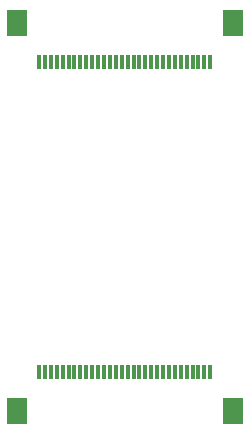
<source format=gtp>
G04 #@! TF.GenerationSoftware,KiCad,Pcbnew,5.0.2-bee76a0~70~ubuntu16.04.1*
G04 #@! TF.CreationDate,2019-08-01T02:01:20+05:30*
G04 #@! TF.ProjectId,AR0135_STM32F746G-DISCO_adapter_rev1,41523031-3335-45f5-9354-4d3332463734,rev?*
G04 #@! TF.SameCoordinates,Original*
G04 #@! TF.FileFunction,Paste,Top*
G04 #@! TF.FilePolarity,Positive*
%FSLAX46Y46*%
G04 Gerber Fmt 4.6, Leading zero omitted, Abs format (unit mm)*
G04 Created by KiCad (PCBNEW 5.0.2-bee76a0~70~ubuntu16.04.1) date Thu Aug  1 02:01:20 2019*
%MOMM*%
%LPD*%
G01*
G04 APERTURE LIST*
%ADD10R,0.300000X1.300000*%
%ADD11R,1.800000X2.200000*%
G04 APERTURE END LIST*
D10*
G04 #@! TO.C,J2*
X37250000Y-43150000D03*
X36750000Y-43150000D03*
X36250000Y-43150000D03*
X35750000Y-43150000D03*
X35250000Y-43150000D03*
X34750000Y-43150000D03*
X34250000Y-43150000D03*
X33750000Y-43150000D03*
X33250000Y-43150000D03*
X32750000Y-43150000D03*
X32250000Y-43150000D03*
X31750000Y-43150000D03*
X31250000Y-43150000D03*
X30750000Y-43150000D03*
X30250000Y-43150000D03*
X29750000Y-43150000D03*
X29250000Y-43150000D03*
X28750000Y-43150000D03*
X28250000Y-43150000D03*
X27750000Y-43150000D03*
X27250000Y-43150000D03*
X26750000Y-43150000D03*
X26250000Y-43150000D03*
X25750000Y-43150000D03*
X25250000Y-43150000D03*
X24750000Y-43150000D03*
X24250000Y-43150000D03*
X23750000Y-43150000D03*
X23250000Y-43150000D03*
X22750000Y-43150000D03*
D11*
X20850000Y-46400000D03*
X39150000Y-46400000D03*
G04 #@! TD*
G04 #@! TO.C,J1*
X20850000Y-13600000D03*
X39150000Y-13600000D03*
D10*
X37250000Y-16850000D03*
X36750000Y-16850000D03*
X36250000Y-16850000D03*
X35750000Y-16850000D03*
X35250000Y-16850000D03*
X34750000Y-16850000D03*
X34250000Y-16850000D03*
X33750000Y-16850000D03*
X33250000Y-16850000D03*
X32750000Y-16850000D03*
X32250000Y-16850000D03*
X31750000Y-16850000D03*
X31250000Y-16850000D03*
X30750000Y-16850000D03*
X30250000Y-16850000D03*
X29750000Y-16850000D03*
X29250000Y-16850000D03*
X28750000Y-16850000D03*
X28250000Y-16850000D03*
X27750000Y-16850000D03*
X27250000Y-16850000D03*
X26750000Y-16850000D03*
X26250000Y-16850000D03*
X25750000Y-16850000D03*
X25250000Y-16850000D03*
X24750000Y-16850000D03*
X24250000Y-16850000D03*
X23750000Y-16850000D03*
X23250000Y-16850000D03*
X22750000Y-16850000D03*
G04 #@! TD*
M02*

</source>
